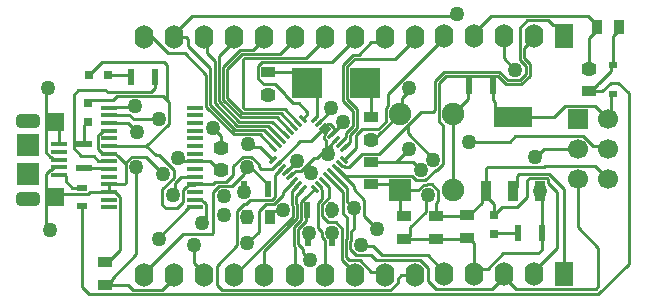
<source format=gtl>
G04*
G04 #@! TF.GenerationSoftware,Altium Limited,Altium Designer,20.1.7 (139)*
G04*
G04 Layer_Physical_Order=1*
G04 Layer_Color=255*
%FSLAX44Y44*%
%MOMM*%
G71*
G04*
G04 #@! TF.SameCoordinates,2F106875-763D-4B6E-BA67-D31112414CBE*
G04*
G04*
G04 #@! TF.FilePolarity,Positive*
G04*
G01*
G75*
%ADD14C,0.2540*%
G04:AMPARAMS|DCode=15|XSize=0.3048mm|YSize=0.8128mm|CornerRadius=0mm|HoleSize=0mm|Usage=FLASHONLY|Rotation=135.000|XOffset=0mm|YOffset=0mm|HoleType=Round|Shape=Rectangle|*
%AMROTATEDRECTD15*
4,1,4,0.3951,0.1796,-0.1796,-0.3951,-0.3951,-0.1796,0.1796,0.3951,0.3951,0.1796,0.0*
%
%ADD15ROTATEDRECTD15*%

G04:AMPARAMS|DCode=16|XSize=0.3048mm|YSize=0.8128mm|CornerRadius=0mm|HoleSize=0mm|Usage=FLASHONLY|Rotation=45.000|XOffset=0mm|YOffset=0mm|HoleType=Round|Shape=Rectangle|*
%AMROTATEDRECTD16*
4,1,4,0.1796,-0.3951,-0.3951,0.1796,-0.1796,0.3951,0.3951,-0.1796,0.1796,-0.3951,0.0*
%
%ADD16ROTATEDRECTD16*%

%ADD17R,2.5000X2.6000*%
%ADD18R,1.3970X0.3480*%
%ADD19R,1.3500X0.5500*%
%ADD20R,0.5500X1.3500*%
%ADD21R,0.9000X0.6000*%
%ADD22R,0.6858X0.5588*%
%ADD23R,0.9000X1.3000*%
%ADD24R,1.3000X0.9000*%
%ADD25R,3.2600X1.7600*%
%ADD26R,0.9600X1.7600*%
%ADD27R,1.4000X1.6000*%
%ADD28R,1.9000X1.9000*%
%ADD29R,1.3500X0.4000*%
%ADD30R,0.8000X0.8000*%
%ADD31R,0.8000X0.8000*%
%ADD56R,1.6000X2.0000*%
%ADD57O,1.6000X2.0000*%
%ADD58R,1.7000X1.7000*%
%ADD59C,1.7000*%
%ADD60C,1.9000*%
G04:AMPARAMS|DCode=61|XSize=2mm|YSize=1.2mm|CornerRadius=0.36mm|HoleSize=0mm|Usage=FLASHONLY|Rotation=0.000|XOffset=0mm|YOffset=0mm|HoleType=Round|Shape=RoundedRectangle|*
%AMROUNDEDRECTD61*
21,1,2.0000,0.4800,0,0,0.0*
21,1,1.2800,1.2000,0,0,0.0*
1,1,0.7200,0.6400,-0.2400*
1,1,0.7200,-0.6400,-0.2400*
1,1,0.7200,-0.6400,0.2400*
1,1,0.7200,0.6400,0.2400*
%
%ADD61ROUNDEDRECTD61*%
%ADD62C,1.2700*%
D14*
X262291Y35807D02*
Y36436D01*
X198000Y23000D02*
Y23209D01*
X223400Y23000D02*
Y43603D01*
X251160Y71363D01*
X411000Y94500D02*
Y113512D01*
X412488Y115000D01*
X421760D01*
X422380Y114380D01*
X425922Y42000D02*
X455512D01*
X458320Y44808D02*
Y59000D01*
X455512Y42000D02*
X458320Y44808D01*
X412498Y28575D02*
X425922Y42000D01*
X401200Y24000D02*
X405775Y28575D01*
X412498D01*
X361800Y40000D02*
X375800Y26000D01*
X315160Y47840D02*
X323000Y40000D01*
X361800D01*
X354924Y36000D02*
X362000Y28924D01*
X318000Y36000D02*
X354924D01*
X362000Y18488D02*
X368758Y11730D01*
X362000Y18488D02*
Y28924D01*
X313620Y40380D02*
X318000Y36000D01*
X305000Y49000D02*
X306160Y47840D01*
X315160D01*
X292466Y106770D02*
X348440D01*
X283932Y113967D02*
X285269D01*
X292466Y106770D01*
X293540Y85460D02*
X299000Y80000D01*
X280218Y110374D02*
X293540Y97052D01*
Y85460D02*
Y97052D01*
X283932Y113967D02*
X299000Y98899D01*
Y95760D02*
Y98899D01*
X367690Y187690D02*
X375560Y195560D01*
X367690Y163000D02*
Y187690D01*
X371230Y153680D02*
Y186224D01*
X377026Y192020D02*
X421010D01*
X371230Y186224D02*
X377026Y192020D01*
X375022Y117345D02*
Y149889D01*
X371230Y153680D02*
X375022Y149889D01*
X356000Y161355D02*
X366045D01*
X367690Y163000D01*
X366402Y120916D02*
Y121789D01*
X344823Y143368D02*
X366402Y121789D01*
X344823Y143368D02*
Y150177D01*
X306560Y125770D02*
X320415D01*
X192052Y173170D02*
Y198058D01*
X188512Y171704D02*
X203436Y156780D01*
X188512Y171704D02*
Y199525D01*
X203067Y214080D01*
X184972Y170237D02*
Y208972D01*
X197600Y221600D02*
Y225000D01*
X184972Y208972D02*
X197600Y221600D01*
X184972Y170237D02*
X201969Y153240D01*
X174255Y165935D02*
Y192745D01*
X156000Y211000D02*
X174255Y192745D01*
X142000Y211000D02*
X156000D01*
X121400Y225000D02*
X128000D01*
X142000Y211000D01*
X177795Y167402D02*
Y198205D01*
X159000Y217000D02*
Y223512D01*
X146800Y225000D02*
X157512D01*
X159000Y223512D01*
Y217000D02*
X177795Y198205D01*
X181335Y168868D02*
X200503Y149700D01*
X192052Y173170D02*
X204902Y160320D01*
X174776Y211224D02*
X181335Y204665D01*
X174776Y211224D02*
Y222425D01*
X181335Y168868D02*
Y204665D01*
X172200Y225000D02*
X174776Y222425D01*
X192052Y198058D02*
X204534Y210540D01*
X236940D01*
X146800Y225000D02*
Y227000D01*
X138197Y204000D02*
X141000Y201197D01*
Y171675D02*
Y201197D01*
X86000Y204000D02*
X138197D01*
X280218Y141985D02*
X290000Y151767D01*
X91880Y132500D02*
X123691D01*
X134595Y124595D02*
X146620Y112570D01*
X123691Y132500D02*
X131595Y124595D01*
X134595D01*
X138055Y174620D02*
X141000Y171675D01*
X142620Y170055D01*
Y151430D02*
Y170055D01*
X98595Y174620D02*
X138055D01*
X90840Y178160D02*
X127424D01*
X89000Y180000D02*
X90840Y178160D01*
X127424D02*
X131000Y181736D01*
X182123Y102160D02*
X191370D01*
X179963Y100000D02*
X182123Y102160D01*
X180380Y59108D02*
Y93570D01*
X185429Y98620D02*
X195910D01*
X191370Y102160D02*
X197320Y108110D01*
X180380Y93570D02*
X185429Y98620D01*
X165000Y100000D02*
X179963D01*
X195910Y98620D02*
X206290Y109000D01*
X197320Y108110D02*
Y115510D01*
X200380Y48380D02*
Y77590D01*
X207782Y83591D02*
X211171Y86980D01*
X154420Y57620D02*
X178892D01*
X209000Y50000D02*
X218885Y59885D01*
Y77095D02*
X225230Y83440D01*
X200380Y77590D02*
X206381Y83591D01*
X211171Y86980D02*
X230010D01*
X218885Y59885D02*
Y77095D01*
X206381Y83591D02*
X207782D01*
X178892Y57620D02*
X180380Y59108D01*
X338000Y160000D02*
X340059Y162059D01*
Y173572D01*
X346000Y179513D01*
Y182000D01*
X47500Y153000D02*
X49750Y150750D01*
Y134000D02*
Y150750D01*
X268274Y122498D02*
X275739Y129963D01*
X218230Y189560D02*
X223170Y184620D01*
X232590D01*
X240812Y176398D01*
X234778Y117379D02*
X254006Y136607D01*
X262829D01*
X269739Y143517D01*
X319614Y146620D02*
X326230Y153236D01*
X305823Y146620D02*
X319614D01*
X301007Y141804D02*
X305823Y146620D01*
X279702Y126000D02*
X280000Y126298D01*
Y133864D01*
X283810Y137674D02*
Y138034D01*
X280000Y133864D02*
X283810Y137674D01*
X365147Y100043D02*
X370620Y94571D01*
X338000Y95000D02*
X353810D01*
X358649Y99840D01*
X361037D01*
X361240Y100043D01*
X365147D01*
X351830Y103380D02*
X359571D01*
X368486Y112296D01*
X348440Y106770D02*
X351830Y103380D01*
X369000Y73000D02*
Y84590D01*
X370620Y86210D01*
Y94571D01*
X347230Y64020D02*
X360230Y77020D01*
Y89230D02*
X362000Y91000D01*
X360230Y77020D02*
Y89230D01*
X395000Y74000D02*
X397000D01*
X407470Y84470D01*
Y90970D01*
X411000Y94500D01*
X369000Y73000D02*
X394000D01*
X395000Y74000D01*
X338000Y76230D02*
Y95000D01*
Y76230D02*
X341230Y73000D01*
X342000D01*
X314000Y100000D02*
X333000D01*
X338000Y95000D01*
X326230Y153236D02*
Y164875D01*
X314000Y138000D02*
X316000D01*
X320960Y142960D01*
X320960D01*
X338000Y160000D01*
X462740Y105570D02*
X464070Y104240D01*
X471000Y46000D02*
Y94000D01*
X464070Y100930D02*
X471000Y94000D01*
X464070Y100930D02*
Y104240D01*
X276042Y130266D02*
X283810Y138034D01*
X274830Y143422D02*
X276626Y145218D01*
X274830Y141603D02*
Y143422D01*
X273996Y140770D02*
X274830Y141603D01*
X273996Y138889D02*
Y140770D01*
Y138889D02*
X276042Y136844D01*
Y130266D02*
Y136844D01*
X269739Y143696D02*
X276648Y150606D01*
X269739Y143517D02*
Y143696D01*
X164705Y106205D02*
X165000Y106500D01*
X154205Y106205D02*
X164705D01*
X154000Y106000D02*
X154205Y106205D01*
X147944Y100944D02*
X153000Y106000D01*
X154000D01*
X146000Y91000D02*
X147944Y92944D01*
Y100944D01*
X137000Y95766D02*
X146620Y105386D01*
Y112570D01*
X157635Y97880D02*
X159285Y99530D01*
X157445Y97880D02*
X157635D01*
X154620Y85108D02*
Y95055D01*
X157445Y97880D01*
X149512Y80000D02*
X154620Y85108D01*
X140000Y80000D02*
X149512D01*
X137000Y83000D02*
X140000Y80000D01*
X137000Y83000D02*
Y95766D01*
X159285Y99530D02*
X164530D01*
X165000Y100000D01*
X251160Y71363D02*
Y83037D01*
X248840Y48107D02*
Y64037D01*
X256363Y42363D02*
X262291Y36436D01*
X247620Y72829D02*
Y81571D01*
X249800Y23000D02*
Y47147D01*
X254700Y69897D02*
Y85410D01*
X248840Y64037D02*
X254700Y69897D01*
X198000Y23209D02*
X247620Y72829D01*
X258520Y76520D02*
X260000Y78000D01*
X252380Y49574D02*
X256363Y45590D01*
Y42363D02*
Y45590D01*
X248840Y48107D02*
X249800Y47147D01*
X258520Y68710D02*
Y76520D01*
X252380Y62571D02*
X258520Y68710D01*
X252380Y49574D02*
Y62571D01*
X275200Y23000D02*
Y52610D01*
X272380Y55430D02*
X275200Y52610D01*
X260129Y116939D02*
X265688Y122498D01*
X254571Y111380D02*
X260129Y116939D01*
X264000Y110222D02*
Y113068D01*
X263295Y109517D02*
X264000Y110222D01*
X260129Y116939D02*
X264000Y113068D01*
X265688Y122498D02*
X268274D01*
X245374Y106782D02*
X245374D01*
X249972Y111380D01*
X254571D01*
X241782Y110374D02*
X251000Y119592D01*
Y120000D01*
X209000Y115000D02*
X211320D01*
X239234Y93457D02*
X248967Y103190D01*
X232622Y108399D02*
X238190Y113967D01*
X239234Y91197D02*
Y93457D01*
X211320Y115000D02*
X226320Y100000D01*
X225230Y83440D02*
X231477D01*
X239234Y91197D01*
X230010Y86980D02*
X232622Y89592D01*
Y108399D01*
X226320Y96000D02*
Y100000D01*
X344823Y150177D02*
X356000Y161355D01*
X320415Y125770D02*
X344823Y150177D01*
X368486Y112296D02*
X369972D01*
X375022Y117345D01*
X269621Y99418D02*
Y99778D01*
X268840Y63351D02*
Y84237D01*
X277710Y67900D02*
X284290D01*
X273034Y103190D02*
X278601Y97622D01*
X269621Y99418D02*
X271417Y97622D01*
X268840Y63351D02*
X272380Y59811D01*
Y82770D02*
X278601Y88992D01*
X284290Y67900D02*
X289620Y62571D01*
X272250Y87647D02*
Y95330D01*
X278601Y88992D02*
Y97622D01*
X271417Y96163D02*
Y97622D01*
X272380Y55430D02*
Y59811D01*
Y73230D02*
Y82770D01*
X289620Y55430D02*
Y62571D01*
X268840Y84237D02*
X272250Y87647D01*
X272380Y73230D02*
X277710Y67900D01*
X280320Y78000D02*
X281000D01*
X307620Y73380D02*
X319000Y62000D01*
X307620Y73380D02*
Y87140D01*
X299000Y95760D02*
X307620Y87140D01*
X296700Y60350D02*
X299000Y62650D01*
X296380Y52177D02*
X296700Y52497D01*
Y60350D01*
X293160Y53963D02*
Y72106D01*
X296380Y45430D02*
X301430Y40380D01*
X289300Y36300D02*
Y55110D01*
X296380Y45430D02*
Y52177D01*
X290000Y75266D02*
X293160Y72106D01*
X292840Y53643D02*
X293160Y53963D01*
X290000Y75266D02*
Y93408D01*
X292840Y38160D02*
Y53643D01*
X289300Y36300D02*
X300600Y25000D01*
X289300Y55110D02*
X289620Y55430D01*
X292840Y38160D02*
X295000Y36000D01*
X304124D01*
X464080Y238920D02*
X468270Y234730D01*
X446028Y238920D02*
X464080D01*
X497540Y242460D02*
X505000Y235000D01*
X415260Y242460D02*
X497540D01*
X439709Y232601D02*
X446028Y238920D01*
X400800Y228000D02*
X415260Y242460D01*
X505000Y233000D02*
Y235000D01*
Y231000D02*
Y233000D01*
X146800Y227000D02*
X162260Y242460D01*
X385460D01*
X387000Y244000D01*
X290190Y170593D02*
Y201407D01*
X302160Y147963D02*
Y163630D01*
X298620Y149430D02*
Y162164D01*
X290190Y170593D02*
X298620Y162164D01*
X293730Y172060D02*
Y199940D01*
Y172060D02*
X302160Y163630D01*
X296000Y141803D02*
X302160Y147963D01*
X292460Y143270D02*
X298620Y149430D01*
X335000Y119000D02*
X349000D01*
X280218Y141626D02*
Y141985D01*
X290000Y151767D02*
Y153000D01*
X301007Y131164D02*
Y141804D01*
X293730Y199940D02*
X299962Y206172D01*
X290190Y201407D02*
X298496Y209712D01*
X296000Y136215D02*
Y141803D01*
X292460Y140218D02*
Y143270D01*
X299962Y206172D02*
X334172D01*
X287222Y134980D02*
X292460Y140218D01*
X298496Y209712D02*
X303508D01*
X314000Y119000D02*
X335000D01*
X346000Y130000D01*
X165000Y119500D02*
X177500D01*
X185000Y112000D01*
X187000D01*
X206000Y94000D02*
Y96000D01*
X76210Y93500D02*
X91880D01*
X74440Y91730D02*
X76210Y93500D01*
X50230Y91730D02*
X74440D01*
X68960Y97040D02*
X69000Y97000D01*
X60710Y97040D02*
X68960D01*
X47500Y89000D02*
X50230Y91730D01*
X55230Y102520D02*
X60710Y97040D01*
X91000Y34000D02*
X101135Y44135D01*
X89000Y34000D02*
X91000D01*
X101135Y44135D02*
Y89680D01*
X97125Y93500D02*
X99391Y91234D01*
X91880Y93500D02*
X97125D01*
X99391Y91234D02*
X99581D01*
X101135Y89680D01*
X164530Y119970D02*
X165000Y119500D01*
X154779Y119970D02*
X164530D01*
X152749Y122000D02*
X154779Y119970D01*
X150000Y122000D02*
X152749D01*
X106380Y118570D02*
X111430Y123620D01*
X106000Y117315D02*
X106380Y117695D01*
Y118570D01*
X111430Y123620D02*
X123380D01*
X138000Y109000D01*
X383000Y160000D02*
X395520Y172520D01*
Y181520D01*
X397000Y183000D01*
X383000Y95000D02*
Y160000D01*
X441037Y184840D02*
X448160Y191963D01*
X422477Y195560D02*
X429656Y188380D01*
X439571D01*
X444620Y193430D02*
Y200571D01*
X443249Y215649D02*
X451600Y224000D01*
X428190Y184840D02*
X441037D01*
X439709Y205481D02*
X444620Y200571D01*
X439571Y188380D02*
X444620Y193430D01*
X448160Y191963D02*
Y202037D01*
X443249Y206948D02*
Y215649D01*
Y206948D02*
X448160Y202037D01*
X421010Y192020D02*
X428190Y184840D01*
X439709Y205481D02*
Y232601D01*
X375560Y195560D02*
X422477D01*
X426200Y206800D02*
Y226000D01*
Y206800D02*
X436000Y197000D01*
X299000Y62650D02*
Y80000D01*
X301430Y40380D02*
X313620D01*
X276626Y106782D02*
X290000Y93408D01*
X183000Y31000D02*
X200380Y48380D01*
X165000Y87000D02*
X170245D01*
X172511Y84734D01*
X172701D01*
X174255Y83180D01*
Y70255D02*
Y83180D01*
X171000Y67000D02*
X174255Y70255D01*
X416330Y11730D02*
X426600Y22000D01*
Y24000D01*
X368758Y11730D02*
X416330D01*
X506000Y7000D02*
X532000Y33000D01*
X75000Y7000D02*
X506000D01*
X69000Y13000D02*
X75000Y7000D01*
X336270Y19680D02*
X339590Y23000D01*
X330254Y10730D02*
X336270Y16746D01*
X339590Y23000D02*
X351400D01*
X336270Y16746D02*
Y19680D01*
X304124Y36000D02*
X314190Y25934D01*
X283810Y113967D02*
X283932D01*
X250403Y90618D02*
X255971Y96186D01*
X246863Y82327D02*
X247620Y81571D01*
X250403Y83793D02*
Y90618D01*
X252379Y99673D02*
Y99778D01*
X254700Y85410D02*
X257548Y88258D01*
X250403Y83793D02*
X251160Y83037D01*
X246863Y94158D02*
X252379Y99673D01*
X246863Y82327D02*
Y94158D01*
X228000Y72000D02*
Y74000D01*
X231230Y77230D01*
X233230D01*
X234000Y78000D01*
X239000D01*
X344000Y54000D02*
X369000D01*
X342000D02*
X344000D01*
X347230Y57230D01*
Y64020D01*
X349000Y119000D02*
X356000Y112000D01*
X42000Y61000D02*
Y63749D01*
X38230Y67519D02*
Y108440D01*
Y67519D02*
X42000Y63749D01*
X42060Y112270D02*
X42770D01*
X38230Y108440D02*
X42060Y112270D01*
X45000Y114500D02*
X49750D01*
X42770Y112270D02*
X45000Y114500D01*
X123691Y132500D02*
X142620Y151430D01*
X91880Y158500D02*
X109310D01*
X112809Y155000D01*
X134000D01*
X91880Y165000D02*
X92350Y165470D01*
X113470D01*
X114000Y166000D01*
X76730Y171730D02*
X95705D01*
X98595Y174620D01*
X38230Y180230D02*
X40000Y182000D01*
X42060Y123230D02*
X42770D01*
X38230Y127060D02*
Y180230D01*
X42770Y123230D02*
X45000Y121000D01*
X49750D01*
X38230Y127060D02*
X42060Y123230D01*
X61980Y130630D02*
X68610Y124000D01*
X79000D01*
X61980Y130630D02*
Y175980D01*
X131000Y181736D02*
Y191000D01*
X197570Y142620D02*
X219594D01*
X75000Y193000D02*
X86000Y204000D01*
X91000Y193000D02*
X109200D01*
X110680Y191520D01*
Y191000D02*
Y191520D01*
X74000Y169000D02*
X76730Y171730D01*
X91880Y152000D02*
X108000D01*
X116000Y144000D01*
X71000Y134320D02*
Y150000D01*
X74000Y153000D01*
X55230Y102520D02*
Y107270D01*
X54500Y108000D02*
X55230Y107270D01*
X49750Y108000D02*
X54500D01*
X71000Y114000D02*
X85635D01*
X86635Y113000D01*
X91880D01*
X274830Y150606D02*
X276648D01*
X282847Y146074D02*
Y147954D01*
X277481Y151439D02*
X279362D01*
X273034Y148810D02*
X274830Y150606D01*
X279362Y151439D02*
X282847Y147954D01*
X276648Y150606D02*
X277481Y151439D01*
X218230Y200440D02*
X221250Y203460D01*
X259743Y159586D02*
Y161690D01*
X221250Y203460D02*
X280660D01*
X266029Y155814D02*
X267825Y157611D01*
X240812Y175977D02*
Y176398D01*
X247956Y168834D02*
X252599D01*
X280660Y203460D02*
X300200Y223000D01*
X259500Y186000D02*
X267825Y177675D01*
X240812Y175977D02*
X247956Y168834D01*
X252599D02*
X259743Y161690D01*
X255971Y155815D02*
X259743Y159586D01*
X218230Y189560D02*
Y200440D01*
X267825Y157611D02*
Y177675D01*
X255971Y155814D02*
Y155815D01*
X227000Y195000D02*
X250500D01*
X259500Y186000D01*
X269621Y152222D02*
X280000Y162601D01*
Y163000D01*
X314000Y157000D02*
Y180500D01*
X308500Y186000D02*
X314000Y180500D01*
X328000Y166645D02*
Y176600D01*
X326230Y164875D02*
X328000Y166645D01*
X418000Y58000D02*
X419000Y59000D01*
X438000D01*
X434000Y157000D02*
X469150D01*
X478320Y166170D01*
X503630D01*
X514400Y155400D01*
X426500Y157000D02*
X434000D01*
X418970Y164530D02*
X426500Y157000D01*
X418970Y164530D02*
Y170200D01*
X417320Y171850D02*
X418970Y170200D01*
X417320Y171850D02*
Y183000D01*
X436000Y140770D02*
X493461D01*
X397000Y136000D02*
X431230D01*
X436000Y140770D01*
X200503Y149700D02*
X226524D01*
X238190Y138034D01*
X453368Y123000D02*
X460368Y130000D01*
X453000Y123000D02*
X453368D01*
X460368Y130000D02*
X489000D01*
X512259Y132141D02*
X514400Y130000D01*
X502090Y132141D02*
X512259D01*
X493461Y140770D02*
X502090Y132141D01*
X461544Y115370D02*
X503630D01*
X460554Y114380D02*
X461544Y115370D01*
X422380Y114380D02*
X460554D01*
X260680Y51320D02*
Y55000D01*
X260000Y52000D02*
X260000D01*
X260680Y51320D01*
X271417Y96163D02*
X272250Y95330D01*
X159755Y80500D02*
X165000D01*
X134000Y54745D02*
X159755Y80500D01*
X134000Y54000D02*
Y54745D01*
X66000Y180000D02*
X89000D01*
X61980Y175980D02*
X66000Y180000D01*
X84369Y128266D02*
X86635Y126000D01*
X84145Y143010D02*
X86635Y145500D01*
X82625Y129820D02*
X84179Y128266D01*
X82625Y141680D02*
X83955Y143010D01*
X82625Y129820D02*
Y141680D01*
X83955Y143010D02*
X84145D01*
X86635Y145500D02*
X91880D01*
X86635Y126000D02*
X91880D01*
X84179Y128266D02*
X84369D01*
X79000Y124000D02*
X83030Y119970D01*
X91410D02*
X91880Y119500D01*
X83030Y119970D02*
X91410D01*
X91000Y15000D02*
X108007D01*
X89000D02*
X91000D01*
X94230Y18230D01*
Y20230D01*
X115000Y41000D01*
Y115000D01*
X108007Y15000D02*
X112277Y10730D01*
X136930D01*
X147200Y21000D01*
Y23000D01*
X91880Y93500D02*
Y100000D01*
X106000Y101488D02*
Y117315D01*
X91880Y100000D02*
X104512D01*
X106000Y101488D01*
X91880Y126000D02*
X97125D01*
X99391Y123734D01*
X99581D01*
X106000Y117315D01*
X187000Y131000D02*
Y140632D01*
X180000Y147632D02*
X187000Y140632D01*
X180000Y147632D02*
Y148000D01*
X199037Y146160D02*
X223239D01*
X177795Y167402D02*
X199037Y146160D01*
X174255Y165935D02*
X197570Y142620D01*
X204902Y160320D02*
X237456D01*
X203436Y156780D02*
X233812D01*
X201969Y153240D02*
X230168D01*
X121800Y25000D02*
X154420Y57620D01*
X164000Y33600D02*
Y49000D01*
X172600Y23000D02*
Y25000D01*
X164000Y33600D02*
X172600Y25000D01*
X503630Y115370D02*
X514400Y104600D01*
X446000Y103512D02*
X448058Y105570D01*
X464207Y109110D02*
X477400Y95917D01*
X439128Y109110D02*
X464207D01*
X426600Y22000D02*
X436870Y11730D01*
X437530Y107512D02*
X439128Y109110D01*
X418000Y74000D02*
X424745Y80745D01*
X504236Y11730D02*
X506408Y13902D01*
X452000Y27000D02*
X471000Y46000D01*
X436870Y11730D02*
X504236D01*
X448058Y105570D02*
X462740D01*
X437530Y98030D02*
Y107512D01*
X424745Y80745D02*
X437055D01*
X446000Y89690D02*
Y103512D01*
X437055Y80745D02*
X446000Y89690D01*
X434000Y94500D02*
X437530Y98030D01*
X418000Y74000D02*
Y83500D01*
X411000Y90500D02*
X418000Y83500D01*
X411000Y90500D02*
Y94500D01*
X452000Y24000D02*
Y27000D01*
X477400Y24000D02*
Y95917D01*
X457000Y94500D02*
X458320Y93180D01*
Y59000D02*
Y93180D01*
X401200Y24000D02*
Y50800D01*
X369000Y54000D02*
X394000D01*
X395000Y55000D01*
X397000D02*
X401200Y50800D01*
X395000Y55000D02*
X397000D01*
X231185Y120971D02*
X231185D01*
X220101Y132056D02*
X231185Y120971D01*
X211944Y132056D02*
X220101D01*
X210000Y134000D02*
X211944Y132056D01*
X233812Y156780D02*
X245374Y145218D01*
X219594Y142620D02*
X231185Y131029D01*
X230168Y153240D02*
X241782Y141626D01*
X237456Y160320D02*
X248967Y148810D01*
X223239Y146160D02*
X234778Y134621D01*
X219000Y114488D02*
Y117191D01*
X220488Y113000D02*
X230040D01*
X219000Y114488D02*
X220488Y113000D01*
X197320Y115510D02*
X205429Y123620D01*
X212570D01*
X219000Y117191D01*
X205101Y165381D02*
Y205512D01*
Y165381D02*
X206588Y163893D01*
X240708D02*
X252379Y152222D01*
X206588Y163893D02*
X240708D01*
X234418Y117379D02*
X234778D01*
X230040Y113000D02*
X234418Y117379D01*
X183000Y15000D02*
Y31000D01*
X121800Y23000D02*
Y25000D01*
X375800Y24000D02*
Y26000D01*
X500000Y179000D02*
X509615D01*
X516615Y186000D01*
X523000D01*
X506000D02*
X507000D01*
X516841Y195841D01*
X498000Y179000D02*
X500000D01*
X506000Y185000D01*
Y186000D01*
X532000Y33000D02*
Y177000D01*
X523000Y186000D02*
X532000Y177000D01*
X506408Y13902D02*
Y46384D01*
X69000Y13000D02*
Y82000D01*
X489000Y63791D02*
Y104600D01*
Y63791D02*
X506408Y46384D01*
X514400Y155400D02*
X516841Y157841D01*
Y175092D01*
X518365Y176616D01*
X519000D01*
X400800Y226000D02*
Y228000D01*
X498000Y198000D02*
Y224000D01*
X505000Y231000D01*
X516841Y195841D02*
Y199476D01*
X518365Y201000D01*
X519000D01*
Y226000D01*
X524000Y231000D01*
Y233000D01*
X289018Y115583D02*
X290837D01*
X295539Y114750D02*
X306560Y125770D01*
X287222Y117379D02*
X289018Y115583D01*
X290837D02*
X291670Y114750D01*
X295539D01*
X290814Y120971D02*
X301007Y131164D01*
X290814Y120971D02*
Y120971D01*
X477000Y226000D02*
Y228000D01*
X470270Y234730D02*
X477000Y228000D01*
X468270Y234730D02*
X470270D01*
X451600Y224000D02*
Y226000D01*
X375400Y224000D02*
Y226000D01*
X328000Y176600D02*
X375400Y224000D01*
X290814Y131029D02*
Y131029D01*
X296000Y136215D01*
X351000Y223000D02*
Y225000D01*
X334172Y206172D02*
X351000Y223000D01*
X319695Y220737D02*
Y225000D01*
X319382Y220425D02*
X319695Y220737D01*
X314221Y220425D02*
X319382D01*
X303508Y209712D02*
X314221Y220425D01*
X287222Y134621D02*
Y134980D01*
X300200Y223000D02*
Y225000D01*
X257548Y88258D02*
X258102D01*
X266029Y96186D01*
X266029D01*
X183000Y15000D02*
X187270Y10730D01*
X330254D01*
X323066Y25934D02*
X326000Y23000D01*
X314190Y25934D02*
X323066D01*
X300600Y23000D02*
Y25000D01*
X206588Y207000D02*
X258800D01*
X274800Y223000D02*
Y225000D01*
X258800Y207000D02*
X274800Y223000D01*
X205101Y205512D02*
X206588Y207000D01*
X236940Y210540D02*
X249400Y223000D01*
X214080Y214080D02*
X223000Y223000D01*
X203067Y214080D02*
X214080D01*
X249400Y223000D02*
Y225000D01*
X223000Y223000D02*
Y225000D01*
D15*
X290814Y131029D02*
D03*
X287222Y134621D02*
D03*
X283810Y138034D02*
D03*
X280218Y141626D02*
D03*
X276626Y145218D02*
D03*
X273034Y148810D02*
D03*
X269621Y152222D02*
D03*
X266029Y155814D02*
D03*
X231185Y120971D02*
D03*
X234778Y117379D02*
D03*
X238190Y113967D02*
D03*
X241782Y110374D02*
D03*
X245374Y106782D02*
D03*
X248967Y103190D02*
D03*
X252379Y99778D02*
D03*
X255971Y96186D02*
D03*
D16*
Y155814D02*
D03*
X252379Y152222D02*
D03*
X248967Y148810D02*
D03*
X245374Y145218D02*
D03*
X241782Y141626D02*
D03*
X238190Y138034D02*
D03*
X234778Y134621D02*
D03*
X231185Y131029D02*
D03*
X266029Y96186D02*
D03*
X269621Y99778D02*
D03*
X273034Y103190D02*
D03*
X276626Y106782D02*
D03*
X280218Y110374D02*
D03*
X283810Y113967D02*
D03*
X287222Y117379D02*
D03*
X290814Y120971D02*
D03*
D17*
X308500Y186000D02*
D03*
X259500D02*
D03*
D18*
X165000Y165000D02*
D03*
Y158500D02*
D03*
Y152000D02*
D03*
Y145500D02*
D03*
Y139000D02*
D03*
Y132500D02*
D03*
Y126000D02*
D03*
Y119500D02*
D03*
Y113000D02*
D03*
Y106500D02*
D03*
Y100000D02*
D03*
Y93500D02*
D03*
Y87000D02*
D03*
Y80500D02*
D03*
X91880Y165000D02*
D03*
Y158500D02*
D03*
Y152000D02*
D03*
Y145500D02*
D03*
Y139000D02*
D03*
Y126000D02*
D03*
Y132500D02*
D03*
Y119500D02*
D03*
Y113000D02*
D03*
Y106500D02*
D03*
Y100000D02*
D03*
Y93500D02*
D03*
Y87000D02*
D03*
Y80500D02*
D03*
D19*
X71000Y134320D02*
D03*
Y114000D02*
D03*
D20*
X110680Y191000D02*
D03*
X131000D02*
D03*
X417320Y183000D02*
D03*
X397000D02*
D03*
X226320Y96000D02*
D03*
X206000D02*
D03*
X458320Y59000D02*
D03*
X438000D02*
D03*
X280320Y78000D02*
D03*
X260000D02*
D03*
X260680Y55000D02*
D03*
X281000D02*
D03*
D21*
X69000Y82000D02*
D03*
Y97000D02*
D03*
D22*
X519000Y176616D02*
D03*
Y201000D02*
D03*
D23*
X228000Y72000D02*
D03*
X209000D02*
D03*
X524000Y233000D02*
D03*
X505000D02*
D03*
D24*
X89000Y34000D02*
D03*
Y15000D02*
D03*
X498000Y198000D02*
D03*
Y179000D02*
D03*
X227000Y176000D02*
D03*
Y195000D02*
D03*
X314000Y138000D02*
D03*
Y157000D02*
D03*
X187000Y112000D02*
D03*
Y131000D02*
D03*
X395000Y74000D02*
D03*
Y55000D02*
D03*
X342000Y54000D02*
D03*
Y73000D02*
D03*
X314000Y100000D02*
D03*
Y119000D02*
D03*
X369000Y73000D02*
D03*
Y54000D02*
D03*
D25*
X434000Y157000D02*
D03*
D26*
X457000Y94500D02*
D03*
X434000D02*
D03*
X411000D02*
D03*
D27*
X47500Y153000D02*
D03*
Y89000D02*
D03*
D28*
X23000Y133000D02*
D03*
Y109000D02*
D03*
X338000Y95000D02*
D03*
D29*
X49750Y108000D02*
D03*
Y127500D02*
D03*
Y121000D02*
D03*
Y114500D02*
D03*
Y134000D02*
D03*
D30*
X74000Y153000D02*
D03*
Y169000D02*
D03*
X189000Y90000D02*
D03*
Y74000D02*
D03*
X418000Y58000D02*
D03*
Y74000D02*
D03*
D31*
X75000Y193000D02*
D03*
X91000D02*
D03*
D56*
X477000Y226000D02*
D03*
X477400Y24000D02*
D03*
D57*
X451600Y226000D02*
D03*
X426200D02*
D03*
X400800D02*
D03*
X375400D02*
D03*
X274800Y225000D02*
D03*
X249400D02*
D03*
X351000D02*
D03*
X325600D02*
D03*
X300200D02*
D03*
X223000D02*
D03*
X197600D02*
D03*
X172200D02*
D03*
X146800D02*
D03*
X121400D02*
D03*
X452000Y24000D02*
D03*
X426600D02*
D03*
X401200D02*
D03*
X375800D02*
D03*
X275200Y23000D02*
D03*
X249800D02*
D03*
X351400D02*
D03*
X326000D02*
D03*
X300600D02*
D03*
X223400D02*
D03*
X198000D02*
D03*
X172600D02*
D03*
X147200D02*
D03*
X121800D02*
D03*
D58*
X489000Y155400D02*
D03*
D59*
X514400Y104600D02*
D03*
Y130000D02*
D03*
Y155400D02*
D03*
X489000Y104600D02*
D03*
Y130000D02*
D03*
D60*
X383000Y95000D02*
D03*
Y160000D02*
D03*
X338000D02*
D03*
D61*
X23000Y88000D02*
D03*
Y154000D02*
D03*
D62*
X262291Y35807D02*
D03*
X239000Y78000D02*
D03*
X299000Y80000D02*
D03*
X171000Y67000D02*
D03*
X305000Y49000D02*
D03*
X209000Y50000D02*
D03*
X453000Y123000D02*
D03*
X280000Y165000D02*
D03*
X150000Y122000D02*
D03*
X261000Y59000D02*
D03*
X308500Y186000D02*
D03*
X138000Y109000D02*
D03*
X209000Y115000D02*
D03*
X346000Y130000D02*
D03*
X210000Y134000D02*
D03*
X40000Y182000D02*
D03*
X116000Y144000D02*
D03*
X134000Y155000D02*
D03*
X115000Y115000D02*
D03*
X180000Y148000D02*
D03*
X164000Y49000D02*
D03*
X134000Y54000D02*
D03*
X114000Y166000D02*
D03*
X42000Y61000D02*
D03*
X356000Y112000D02*
D03*
X263295Y109517D02*
D03*
X436000Y197000D02*
D03*
X498000Y198000D02*
D03*
X362000Y91000D02*
D03*
X209000Y72000D02*
D03*
X397000Y136000D02*
D03*
X387000Y244000D02*
D03*
X189000Y74000D02*
D03*
X206000Y94000D02*
D03*
X366402Y120916D02*
D03*
X281000Y59000D02*
D03*
X146000Y91000D02*
D03*
X434000Y157000D02*
D03*
X281000Y78000D02*
D03*
X189000Y90000D02*
D03*
X227000Y176000D02*
D03*
X314000Y138000D02*
D03*
X277000Y126000D02*
D03*
X346000Y182000D02*
D03*
X187000Y131000D02*
D03*
Y112000D02*
D03*
X47500Y89000D02*
D03*
X457000Y94500D02*
D03*
X251000Y120000D02*
D03*
X319000Y62000D02*
D03*
X47500Y153000D02*
D03*
X290000D02*
D03*
M02*

</source>
